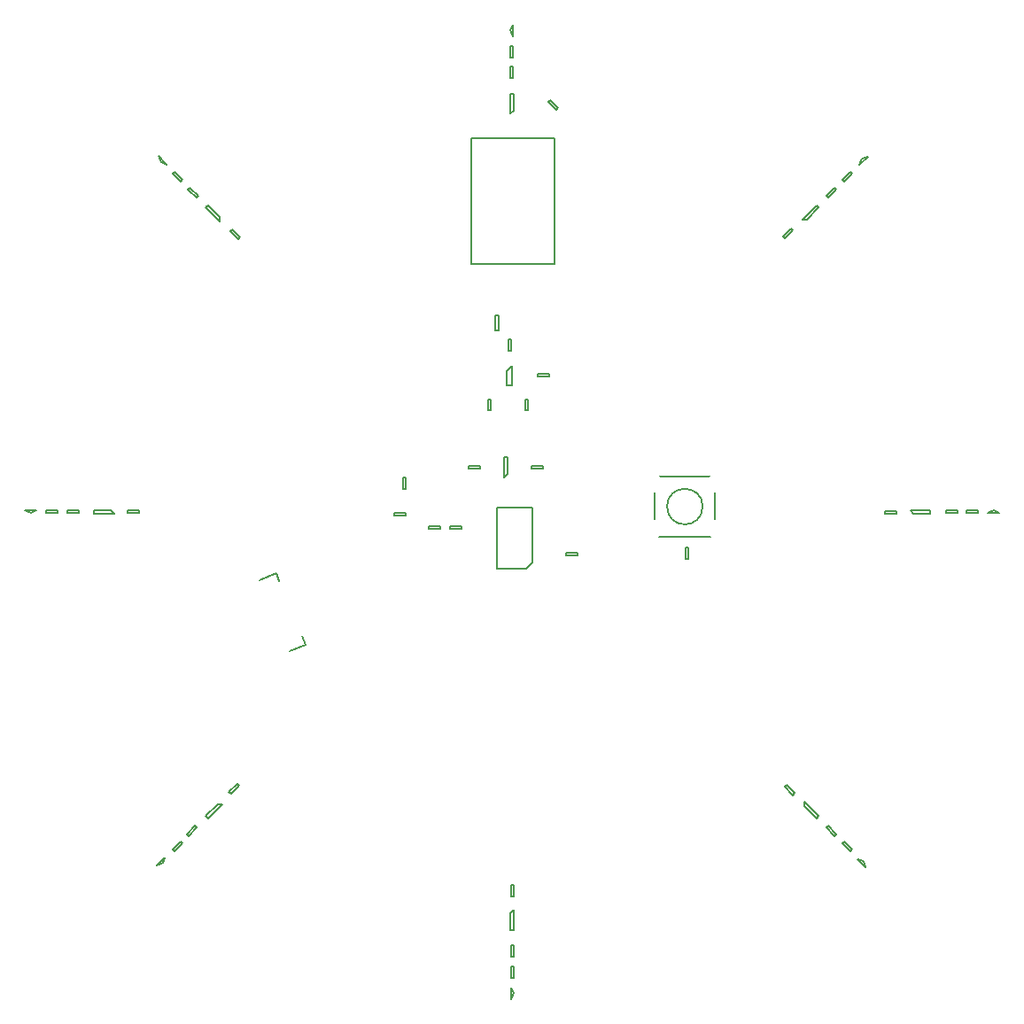
<source format=gto>
G04 #@! TF.FileFunction,Legend,Top*
%FSLAX46Y46*%
G04 Gerber Fmt 4.6, Leading zero omitted, Abs format (unit mm)*
G04 Created by KiCad (PCBNEW 4.0.4-stable) date Monday, 07 November 2016 'AMt' 01:36:31*
%MOMM*%
%LPD*%
G01*
G04 APERTURE LIST*
%ADD10C,0.100000*%
%ADD11C,0.150000*%
%ADD12C,0.200000*%
%ADD13C,1.000000*%
%ADD14C,2.000000*%
%ADD15R,1.150000X1.450000*%
%ADD16R,1.450000X1.150000*%
%ADD17R,0.800000X1.700000*%
%ADD18R,1.000000X0.600000*%
%ADD19C,0.787000*%
%ADD20C,1.000000*%
%ADD21R,1.350000X0.450000*%
%ADD22R,0.600000X1.000000*%
%ADD23R,1.100000X0.600000*%
G04 APERTURE END LIST*
D10*
D11*
X107447045Y-115852550D02*
X105876450Y-116503112D01*
X107753192Y-116591654D02*
X107447045Y-115852550D01*
X110278902Y-122689259D02*
X109953621Y-121903961D01*
X108708307Y-123339820D02*
X110278902Y-122689259D01*
D12*
X148200000Y-109500000D02*
G75*
G03X148200000Y-109500000I-1700000J0D01*
G01*
X143600000Y-112400000D02*
X143600000Y-106600000D01*
X149400000Y-112400000D02*
X143600000Y-112400000D01*
X149400000Y-106600000D02*
X149400000Y-112400000D01*
X143600000Y-106600000D02*
X149400000Y-106600000D01*
D11*
X119825000Y-106750000D02*
X119825000Y-107850000D01*
X119575000Y-106750000D02*
X119825000Y-106750000D01*
X119575000Y-107850000D02*
X119575000Y-106750000D01*
X119825000Y-107850000D02*
X119575000Y-107850000D01*
X118750000Y-110325000D02*
X118750000Y-110075000D01*
X118750000Y-110075000D02*
X119850000Y-110075000D01*
X119850000Y-110075000D02*
X119850000Y-110325000D01*
X119850000Y-110325000D02*
X118750000Y-110325000D01*
X146825000Y-113375000D02*
X146825000Y-114475000D01*
X146575000Y-113375000D02*
X146825000Y-113375000D01*
X146575000Y-114475000D02*
X146575000Y-113375000D01*
X146825000Y-114475000D02*
X146575000Y-114475000D01*
X127975000Y-100325000D02*
X127725000Y-100325000D01*
X127725000Y-100325000D02*
X127725000Y-99225000D01*
X127725000Y-99225000D02*
X127975000Y-99225000D01*
X127975000Y-99225000D02*
X127975000Y-100325000D01*
X131850000Y-105625000D02*
X132950000Y-105625000D01*
X131850000Y-105875000D02*
X131850000Y-105625000D01*
X132950000Y-105875000D02*
X131850000Y-105875000D01*
X132950000Y-105625000D02*
X132950000Y-105875000D01*
X125850000Y-105875000D02*
X125850000Y-105625000D01*
X125850000Y-105625000D02*
X126950000Y-105625000D01*
X126950000Y-105625000D02*
X126950000Y-105875000D01*
X126950000Y-105875000D02*
X125850000Y-105875000D01*
X129875000Y-93525000D02*
X129875000Y-94625000D01*
X129625000Y-93525000D02*
X129875000Y-93525000D01*
X129625000Y-94625000D02*
X129625000Y-93525000D01*
X129875000Y-94625000D02*
X129625000Y-94625000D01*
X135150000Y-114150000D02*
X135150000Y-113900000D01*
X135150000Y-113900000D02*
X136250000Y-113900000D01*
X136250000Y-113900000D02*
X136250000Y-114150000D01*
X136250000Y-114150000D02*
X135150000Y-114150000D01*
X122050000Y-111400000D02*
X123150000Y-111400000D01*
X122050000Y-111650000D02*
X122050000Y-111400000D01*
X123150000Y-111650000D02*
X122050000Y-111650000D01*
X123150000Y-111400000D02*
X123150000Y-111650000D01*
X125150000Y-111400000D02*
X125150000Y-111650000D01*
X125150000Y-111650000D02*
X124050000Y-111650000D01*
X124050000Y-111650000D02*
X124050000Y-111400000D01*
X124050000Y-111400000D02*
X125150000Y-111400000D01*
X128700000Y-92700000D02*
X128400000Y-92700000D01*
X128400000Y-92700000D02*
X128400000Y-91250000D01*
X128400000Y-91250000D02*
X128700000Y-91250000D01*
X128700000Y-91250000D02*
X128700000Y-92700000D01*
X129250000Y-106700000D02*
X129250000Y-106700000D01*
X129250000Y-106700000D02*
X129250000Y-104800000D01*
X129250000Y-104800000D02*
X129550000Y-104800000D01*
X129550000Y-104800000D02*
X129550000Y-106400000D01*
X129550000Y-106400000D02*
X129250000Y-106700000D01*
X131300000Y-115450000D02*
X128500000Y-115450000D01*
X128500000Y-115450000D02*
X128500000Y-109600000D01*
X128500000Y-109600000D02*
X131900000Y-109600000D01*
X131900000Y-109600000D02*
X131900000Y-114850000D01*
X131900000Y-114850000D02*
X131300000Y-115450000D01*
X96411612Y-76588388D02*
X96199480Y-76022703D01*
X96411612Y-76588388D02*
X96977297Y-76800520D01*
X96199480Y-76022703D02*
X96977297Y-76800520D01*
X163588388Y-143411612D02*
X163800520Y-143977297D01*
X163588388Y-143411612D02*
X163022703Y-143199480D01*
X163800520Y-143977297D02*
X163022703Y-143199480D01*
X130125000Y-156000000D02*
X129875000Y-156550000D01*
X130125000Y-156000000D02*
X129875000Y-155450000D01*
X129875000Y-156550000D02*
X129875000Y-155450000D01*
X176000000Y-109875000D02*
X176550000Y-110125000D01*
X176000000Y-109875000D02*
X175450000Y-110125000D01*
X176550000Y-110125000D02*
X175450000Y-110125000D01*
X96588388Y-143588388D02*
X96022703Y-143800520D01*
X96588388Y-143588388D02*
X96800520Y-143022703D01*
X96022703Y-143800520D02*
X96800520Y-143022703D01*
X163411612Y-76275216D02*
X163977297Y-76063084D01*
X163411612Y-76275216D02*
X163199480Y-76840901D01*
X163977297Y-76063084D02*
X163199480Y-76840901D01*
X84000000Y-110125000D02*
X83450000Y-109875000D01*
X84000000Y-110125000D02*
X84550000Y-109875000D01*
X83450000Y-109875000D02*
X84550000Y-109875000D01*
X129775000Y-64000000D02*
X130025000Y-63450000D01*
X129775000Y-64000000D02*
X130025000Y-64550000D01*
X130025000Y-63450000D02*
X130025000Y-64550000D01*
X102065685Y-82277817D02*
X102065685Y-82277817D01*
X102065685Y-82277817D02*
X100722183Y-80934315D01*
X100722183Y-80934315D02*
X100934315Y-80722183D01*
X100934315Y-80722183D02*
X102065685Y-81853553D01*
X102065685Y-81853553D02*
X102065685Y-82277817D01*
X157934315Y-137722183D02*
X157934315Y-137722183D01*
X157934315Y-137722183D02*
X159277817Y-139065685D01*
X159277817Y-139065685D02*
X159065685Y-139277817D01*
X159065685Y-139277817D02*
X157934315Y-138146447D01*
X157934315Y-138146447D02*
X157934315Y-137722183D01*
X130150000Y-148050000D02*
X130150000Y-148050000D01*
X130150000Y-148050000D02*
X130150000Y-149950000D01*
X130150000Y-149950000D02*
X129850000Y-149950000D01*
X129850000Y-149950000D02*
X129850000Y-148350000D01*
X129850000Y-148350000D02*
X130150000Y-148050000D01*
X168050000Y-109850000D02*
X168050000Y-109850000D01*
X168050000Y-109850000D02*
X169950000Y-109850000D01*
X169950000Y-109850000D02*
X169950000Y-110150000D01*
X169950000Y-110150000D02*
X168350000Y-110150000D01*
X168350000Y-110150000D02*
X168050000Y-109850000D01*
X102277817Y-137934315D02*
X102277817Y-137934315D01*
X102277817Y-137934315D02*
X100934315Y-139277817D01*
X100934315Y-139277817D02*
X100722183Y-139065685D01*
X100722183Y-139065685D02*
X101853553Y-137934315D01*
X101853553Y-137934315D02*
X102277817Y-137934315D01*
X157722183Y-82065685D02*
X157722183Y-82065685D01*
X157722183Y-82065685D02*
X159065685Y-80722183D01*
X159065685Y-80722183D02*
X159277817Y-80934315D01*
X159277817Y-80934315D02*
X158146447Y-82065685D01*
X158146447Y-82065685D02*
X157722183Y-82065685D01*
X91950000Y-110150000D02*
X91950000Y-110150000D01*
X91950000Y-110150000D02*
X90050000Y-110150000D01*
X90050000Y-110150000D02*
X90050000Y-109850000D01*
X90050000Y-109850000D02*
X91650000Y-109850000D01*
X91650000Y-109850000D02*
X91950000Y-110150000D01*
X129850000Y-71950000D02*
X129850000Y-71950000D01*
X129850000Y-71950000D02*
X129850000Y-70050000D01*
X129850000Y-70050000D02*
X130150000Y-70050000D01*
X130150000Y-70050000D02*
X130150000Y-71650000D01*
X130150000Y-71650000D02*
X129850000Y-71950000D01*
X97522703Y-77699480D02*
X97699480Y-77522703D01*
X97699480Y-77522703D02*
X98477297Y-78300520D01*
X98477297Y-78300520D02*
X98300520Y-78477297D01*
X98300520Y-78477297D02*
X97522703Y-77699480D01*
X99022703Y-79199480D02*
X99199480Y-79022703D01*
X99199480Y-79022703D02*
X99977297Y-79800520D01*
X99977297Y-79800520D02*
X99800520Y-79977297D01*
X99800520Y-79977297D02*
X99022703Y-79199480D01*
X97699480Y-142477297D02*
X97522703Y-142300520D01*
X97522703Y-142300520D02*
X98300520Y-141522703D01*
X98300520Y-141522703D02*
X98477297Y-141699480D01*
X98477297Y-141699480D02*
X97699480Y-142477297D01*
X99063084Y-140977297D02*
X98886307Y-140800520D01*
X98886307Y-140800520D02*
X99664124Y-140022703D01*
X99664124Y-140022703D02*
X99840901Y-140199480D01*
X99840901Y-140199480D02*
X99063084Y-140977297D01*
X162477297Y-142300520D02*
X162300520Y-142477297D01*
X162300520Y-142477297D02*
X161522703Y-141699480D01*
X161522703Y-141699480D02*
X161699480Y-141522703D01*
X161699480Y-141522703D02*
X162477297Y-142300520D01*
X160977297Y-140800520D02*
X160800520Y-140977297D01*
X160800520Y-140977297D02*
X160022703Y-140199480D01*
X160022703Y-140199480D02*
X160199480Y-140022703D01*
X160199480Y-140022703D02*
X160977297Y-140800520D01*
X162300520Y-77522703D02*
X162477297Y-77699480D01*
X162477297Y-77699480D02*
X161699480Y-78477297D01*
X161699480Y-78477297D02*
X161522703Y-78300520D01*
X161522703Y-78300520D02*
X162300520Y-77522703D01*
X160800520Y-79022703D02*
X160977297Y-79199480D01*
X160977297Y-79199480D02*
X160199480Y-79977297D01*
X160199480Y-79977297D02*
X160022703Y-79800520D01*
X160022703Y-79800520D02*
X160800520Y-79022703D01*
X131225000Y-99225000D02*
X131475000Y-99225000D01*
X131475000Y-99225000D02*
X131475000Y-100325000D01*
X131475000Y-100325000D02*
X131225000Y-100325000D01*
X131225000Y-100325000D02*
X131225000Y-99225000D01*
X132400000Y-97100000D02*
X132400000Y-96850000D01*
X132400000Y-96850000D02*
X133500000Y-96850000D01*
X133500000Y-96850000D02*
X133500000Y-97100000D01*
X133500000Y-97100000D02*
X132400000Y-97100000D01*
X130125000Y-154550000D02*
X129875000Y-154550000D01*
X129875000Y-154550000D02*
X129875000Y-153450000D01*
X129875000Y-153450000D02*
X130125000Y-153450000D01*
X130125000Y-153450000D02*
X130125000Y-154550000D01*
X130125000Y-152550000D02*
X129875000Y-152550000D01*
X129875000Y-152550000D02*
X129875000Y-151450000D01*
X129875000Y-151450000D02*
X130125000Y-151450000D01*
X130125000Y-151450000D02*
X130125000Y-152550000D01*
X85450000Y-110125000D02*
X85450000Y-109875000D01*
X85450000Y-109875000D02*
X86550000Y-109875000D01*
X86550000Y-109875000D02*
X86550000Y-110125000D01*
X86550000Y-110125000D02*
X85450000Y-110125000D01*
X87450000Y-110125000D02*
X87450000Y-109875000D01*
X87450000Y-109875000D02*
X88550000Y-109875000D01*
X88550000Y-109875000D02*
X88550000Y-110125000D01*
X88550000Y-110125000D02*
X87450000Y-110125000D01*
X174550000Y-109875000D02*
X174550000Y-110125000D01*
X174550000Y-110125000D02*
X173450000Y-110125000D01*
X173450000Y-110125000D02*
X173450000Y-109875000D01*
X173450000Y-109875000D02*
X174550000Y-109875000D01*
X172550000Y-109875000D02*
X172550000Y-110125000D01*
X172550000Y-110125000D02*
X171450000Y-110125000D01*
X171450000Y-110125000D02*
X171450000Y-109875000D01*
X171450000Y-109875000D02*
X172550000Y-109875000D01*
X126050000Y-74300000D02*
X134050000Y-74300000D01*
X126050000Y-86300000D02*
X126050000Y-74300000D01*
X134050000Y-86300000D02*
X126050000Y-86300000D01*
X134050000Y-74300000D02*
X134050000Y-86300000D01*
X130000000Y-96025000D02*
X130000000Y-96025000D01*
X130000000Y-96025000D02*
X130000000Y-97925000D01*
X130000000Y-97925000D02*
X129500000Y-97925000D01*
X129500000Y-97925000D02*
X129500000Y-96525000D01*
X129500000Y-96525000D02*
X130000000Y-96025000D01*
X129775000Y-65450000D02*
X130025000Y-65450000D01*
X130025000Y-65450000D02*
X130025000Y-66550000D01*
X130025000Y-66550000D02*
X129775000Y-66550000D01*
X129775000Y-66550000D02*
X129775000Y-65450000D01*
X129775000Y-67450000D02*
X130025000Y-67450000D01*
X130025000Y-67450000D02*
X130025000Y-68550000D01*
X130025000Y-68550000D02*
X129775000Y-68550000D01*
X129775000Y-68550000D02*
X129775000Y-67450000D01*
X103977297Y-83800520D02*
X103800520Y-83977297D01*
X103800520Y-83977297D02*
X103022703Y-83199480D01*
X103022703Y-83199480D02*
X103199480Y-83022703D01*
X103199480Y-83022703D02*
X103977297Y-83800520D01*
X103700520Y-136022703D02*
X103877297Y-136199480D01*
X103877297Y-136199480D02*
X103099480Y-136977297D01*
X103099480Y-136977297D02*
X102922703Y-136800520D01*
X102922703Y-136800520D02*
X103700520Y-136022703D01*
X156022703Y-136299480D02*
X156199480Y-136122703D01*
X156199480Y-136122703D02*
X156977297Y-136900520D01*
X156977297Y-136900520D02*
X156800520Y-137077297D01*
X156800520Y-137077297D02*
X156022703Y-136299480D01*
X156063084Y-83840901D02*
X155886307Y-83664124D01*
X155886307Y-83664124D02*
X156664124Y-82886307D01*
X156664124Y-82886307D02*
X156840901Y-83063084D01*
X156840901Y-83063084D02*
X156063084Y-83840901D01*
X129875000Y-145650000D02*
X130125000Y-145650000D01*
X130125000Y-145650000D02*
X130125000Y-146750000D01*
X130125000Y-146750000D02*
X129875000Y-146750000D01*
X129875000Y-146750000D02*
X129875000Y-145650000D01*
X94350000Y-109875000D02*
X94350000Y-110125000D01*
X94350000Y-110125000D02*
X93250000Y-110125000D01*
X93250000Y-110125000D02*
X93250000Y-109875000D01*
X93250000Y-109875000D02*
X94350000Y-109875000D01*
X165650000Y-110225000D02*
X165650000Y-109975000D01*
X165650000Y-109975000D02*
X166750000Y-109975000D01*
X166750000Y-109975000D02*
X166750000Y-110225000D01*
X166750000Y-110225000D02*
X165650000Y-110225000D01*
X133432703Y-70789480D02*
X133609480Y-70612703D01*
X133609480Y-70612703D02*
X134387297Y-71390520D01*
X134387297Y-71390520D02*
X134210520Y-71567297D01*
X134210520Y-71567297D02*
X133432703Y-70789480D01*
%LPC*%
D10*
G36*
X108047335Y-119392274D02*
X109294572Y-118875652D01*
X109447645Y-119245204D01*
X108200408Y-119761826D01*
X108047335Y-119392274D01*
X108047335Y-119392274D01*
G37*
G36*
X108296078Y-119992797D02*
X109543315Y-119476175D01*
X109696388Y-119845727D01*
X108449151Y-120362349D01*
X108296078Y-119992797D01*
X108296078Y-119992797D01*
G37*
G36*
X107798590Y-118791753D02*
X109045827Y-118275131D01*
X109198900Y-118644683D01*
X107951663Y-119161305D01*
X107798590Y-118791753D01*
X107798590Y-118791753D01*
G37*
G36*
X107549845Y-118191231D02*
X108797082Y-117674609D01*
X108950155Y-118044161D01*
X107702918Y-118560783D01*
X107549845Y-118191231D01*
X107549845Y-118191231D01*
G37*
G36*
X108544822Y-120593318D02*
X109792059Y-120076696D01*
X109945132Y-120446248D01*
X108697895Y-120962870D01*
X108544822Y-120593318D01*
X108544822Y-120593318D01*
G37*
D13*
X110014705Y-121202165D02*
X109783735Y-121297835D01*
X108311764Y-117090902D02*
X108080794Y-117186572D01*
D10*
G36*
X105494096Y-120936937D02*
X107249467Y-120209838D01*
X107938298Y-121872821D01*
X106182927Y-122599920D01*
X105494096Y-120936937D01*
X105494096Y-120936937D01*
G37*
G36*
X104613924Y-118812015D02*
X106369295Y-118084916D01*
X107058126Y-119747899D01*
X105302755Y-120474998D01*
X104613924Y-118812015D01*
X104613924Y-118812015D01*
G37*
G36*
X106393402Y-123108054D02*
X108148773Y-122380956D01*
X108751500Y-123836066D01*
X106996129Y-124563164D01*
X106393402Y-123108054D01*
X106393402Y-123108054D01*
G37*
D13*
X108289560Y-124027407D02*
X107458068Y-124371823D01*
D10*
G36*
X103800722Y-116848770D02*
X105556093Y-116121672D01*
X106158820Y-117576782D01*
X104403449Y-118303880D01*
X103800722Y-116848770D01*
X103800722Y-116848770D01*
G37*
D13*
X105094154Y-116313013D02*
X104262662Y-116657429D01*
D14*
X130000000Y-132350000D03*
X130000000Y-87650000D03*
X143250000Y-107250000D03*
X143250000Y-111750000D03*
X149750000Y-111750000D03*
X149750000Y-107250000D03*
D15*
X118800000Y-107300000D03*
X120600000Y-107300000D03*
D16*
X119300000Y-111100000D03*
X119300000Y-109300000D03*
D15*
X145800000Y-113925000D03*
X147600000Y-113925000D03*
X128750000Y-99775000D03*
X126950000Y-99775000D03*
D16*
X132400000Y-106650000D03*
X132400000Y-104850000D03*
X126400000Y-106650000D03*
X126400000Y-104850000D03*
D15*
X128850000Y-94075000D03*
X130650000Y-94075000D03*
D16*
X135700000Y-114925000D03*
X135700000Y-113125000D03*
X122600000Y-112425000D03*
X122600000Y-110625000D03*
X124600000Y-110625000D03*
X124600000Y-112425000D03*
D17*
X129300000Y-91975000D03*
X127800000Y-91975000D03*
D18*
X130550000Y-106700000D03*
X130550000Y-104800000D03*
X128250000Y-105750000D03*
D19*
X112649426Y-125154523D03*
X113547452Y-124256497D03*
X113547452Y-126052548D03*
X114445477Y-125154523D03*
X114445477Y-126950574D03*
X115343503Y-126052548D03*
D20*
X112200413Y-123807484D03*
X115074095Y-128118007D03*
X116510936Y-126681166D03*
D21*
X133075000Y-115450000D03*
X133075000Y-114800000D03*
X133075000Y-114150000D03*
X133075000Y-113500000D03*
X133075000Y-112850000D03*
X133075000Y-112200000D03*
X133075000Y-111550000D03*
X133075000Y-110900000D03*
X133075000Y-110250000D03*
X133075000Y-109600000D03*
X127325000Y-109600000D03*
X127325000Y-110250000D03*
X127325000Y-110900000D03*
X127325000Y-111550000D03*
X127325000Y-112200000D03*
X127325000Y-112850000D03*
X127325000Y-113500000D03*
X127325000Y-114150000D03*
X127325000Y-114800000D03*
X127325000Y-115450000D03*
D10*
G36*
X95969670Y-78055635D02*
X94944365Y-77030330D01*
X95757538Y-76217157D01*
X96782843Y-77242462D01*
X95969670Y-78055635D01*
X95969670Y-78055635D01*
G37*
G36*
X97242462Y-76782843D02*
X96217157Y-75757538D01*
X97030330Y-74944365D01*
X98055635Y-75969670D01*
X97242462Y-76782843D01*
X97242462Y-76782843D01*
G37*
G36*
X164030330Y-141944365D02*
X165055635Y-142969670D01*
X164242462Y-143782843D01*
X163217157Y-142757538D01*
X164030330Y-141944365D01*
X164030330Y-141944365D01*
G37*
G36*
X162757538Y-143217157D02*
X163782843Y-144242462D01*
X162969670Y-145055635D01*
X161944365Y-144030330D01*
X162757538Y-143217157D01*
X162757538Y-143217157D01*
G37*
D15*
X130900000Y-156000000D03*
X129100000Y-156000000D03*
D16*
X176000000Y-109100000D03*
X176000000Y-110900000D03*
D10*
G36*
X98055635Y-144030330D02*
X97030330Y-145055635D01*
X96217157Y-144242462D01*
X97242462Y-143217157D01*
X98055635Y-144030330D01*
X98055635Y-144030330D01*
G37*
G36*
X96782843Y-142757538D02*
X95757538Y-143782843D01*
X94944365Y-142969670D01*
X95969670Y-141944365D01*
X96782843Y-142757538D01*
X96782843Y-142757538D01*
G37*
G36*
X161944365Y-75833274D02*
X162969670Y-74807969D01*
X163782843Y-75621142D01*
X162757538Y-76646447D01*
X161944365Y-75833274D01*
X161944365Y-75833274D01*
G37*
G36*
X163217157Y-77106066D02*
X164242462Y-76080761D01*
X165055635Y-76893934D01*
X164030330Y-77919239D01*
X163217157Y-77106066D01*
X163217157Y-77106066D01*
G37*
D16*
X84000000Y-110900000D03*
X84000000Y-109100000D03*
D15*
X129000000Y-64000000D03*
X130800000Y-64000000D03*
D10*
G36*
X103126345Y-80792894D02*
X103550609Y-81217158D01*
X102843503Y-81924264D01*
X102419239Y-81500000D01*
X103126345Y-80792894D01*
X103126345Y-80792894D01*
G37*
G36*
X101782842Y-79449391D02*
X102207106Y-79873655D01*
X101500000Y-80580761D01*
X101075736Y-80156497D01*
X101782842Y-79449391D01*
X101782842Y-79449391D01*
G37*
G36*
X100828248Y-81747488D02*
X101252512Y-82171752D01*
X100545406Y-82878858D01*
X100121142Y-82454594D01*
X100828248Y-81747488D01*
X100828248Y-81747488D01*
G37*
G36*
X156873655Y-139207106D02*
X156449391Y-138782842D01*
X157156497Y-138075736D01*
X157580761Y-138500000D01*
X156873655Y-139207106D01*
X156873655Y-139207106D01*
G37*
G36*
X158217158Y-140550609D02*
X157792894Y-140126345D01*
X158500000Y-139419239D01*
X158924264Y-139843503D01*
X158217158Y-140550609D01*
X158217158Y-140550609D01*
G37*
G36*
X159171752Y-138252512D02*
X158747488Y-137828248D01*
X159454594Y-137121142D01*
X159878858Y-137545406D01*
X159171752Y-138252512D01*
X159171752Y-138252512D01*
G37*
D18*
X128850000Y-148050000D03*
X128850000Y-149950000D03*
X131150000Y-149000000D03*
D22*
X168050000Y-111150000D03*
X169950000Y-111150000D03*
X169000000Y-108850000D03*
D10*
G36*
X100792894Y-136873655D02*
X101217158Y-136449391D01*
X101924264Y-137156497D01*
X101500000Y-137580761D01*
X100792894Y-136873655D01*
X100792894Y-136873655D01*
G37*
G36*
X99449391Y-138217158D02*
X99873655Y-137792894D01*
X100580761Y-138500000D01*
X100156497Y-138924264D01*
X99449391Y-138217158D01*
X99449391Y-138217158D01*
G37*
G36*
X101747488Y-139171752D02*
X102171752Y-138747488D01*
X102878858Y-139454594D01*
X102454594Y-139878858D01*
X101747488Y-139171752D01*
X101747488Y-139171752D01*
G37*
G36*
X159207106Y-83126345D02*
X158782842Y-83550609D01*
X158075736Y-82843503D01*
X158500000Y-82419239D01*
X159207106Y-83126345D01*
X159207106Y-83126345D01*
G37*
G36*
X160550609Y-81782842D02*
X160126345Y-82207106D01*
X159419239Y-81500000D01*
X159843503Y-81075736D01*
X160550609Y-81782842D01*
X160550609Y-81782842D01*
G37*
G36*
X158252512Y-80828248D02*
X157828248Y-81252512D01*
X157121142Y-80545406D01*
X157545406Y-80121142D01*
X158252512Y-80828248D01*
X158252512Y-80828248D01*
G37*
D22*
X91950000Y-108850000D03*
X90050000Y-108850000D03*
X91000000Y-111150000D03*
D18*
X131150000Y-71950000D03*
X131150000Y-70050000D03*
X128850000Y-71000000D03*
D10*
G36*
X97469670Y-79555635D02*
X96444365Y-78530330D01*
X97257538Y-77717157D01*
X98282843Y-78742462D01*
X97469670Y-79555635D01*
X97469670Y-79555635D01*
G37*
G36*
X98742462Y-78282843D02*
X97717157Y-77257538D01*
X98530330Y-76444365D01*
X99555635Y-77469670D01*
X98742462Y-78282843D01*
X98742462Y-78282843D01*
G37*
G36*
X98969670Y-81055635D02*
X97944365Y-80030330D01*
X98757538Y-79217157D01*
X99782843Y-80242462D01*
X98969670Y-81055635D01*
X98969670Y-81055635D01*
G37*
G36*
X100242462Y-79782843D02*
X99217157Y-78757538D01*
X100030330Y-77944365D01*
X101055635Y-78969670D01*
X100242462Y-79782843D01*
X100242462Y-79782843D01*
G37*
G36*
X99555635Y-142530330D02*
X98530330Y-143555635D01*
X97717157Y-142742462D01*
X98742462Y-141717157D01*
X99555635Y-142530330D01*
X99555635Y-142530330D01*
G37*
G36*
X98282843Y-141257538D02*
X97257538Y-142282843D01*
X96444365Y-141469670D01*
X97469670Y-140444365D01*
X98282843Y-141257538D01*
X98282843Y-141257538D01*
G37*
G36*
X100919239Y-141030330D02*
X99893934Y-142055635D01*
X99080761Y-141242462D01*
X100106066Y-140217157D01*
X100919239Y-141030330D01*
X100919239Y-141030330D01*
G37*
G36*
X99646447Y-139757538D02*
X98621142Y-140782843D01*
X97807969Y-139969670D01*
X98833274Y-138944365D01*
X99646447Y-139757538D01*
X99646447Y-139757538D01*
G37*
G36*
X162530330Y-140444365D02*
X163555635Y-141469670D01*
X162742462Y-142282843D01*
X161717157Y-141257538D01*
X162530330Y-140444365D01*
X162530330Y-140444365D01*
G37*
G36*
X161257538Y-141717157D02*
X162282843Y-142742462D01*
X161469670Y-143555635D01*
X160444365Y-142530330D01*
X161257538Y-141717157D01*
X161257538Y-141717157D01*
G37*
G36*
X161030330Y-138944365D02*
X162055635Y-139969670D01*
X161242462Y-140782843D01*
X160217157Y-139757538D01*
X161030330Y-138944365D01*
X161030330Y-138944365D01*
G37*
G36*
X159757538Y-140217157D02*
X160782843Y-141242462D01*
X159969670Y-142055635D01*
X158944365Y-141030330D01*
X159757538Y-140217157D01*
X159757538Y-140217157D01*
G37*
G36*
X160444365Y-77469670D02*
X161469670Y-76444365D01*
X162282843Y-77257538D01*
X161257538Y-78282843D01*
X160444365Y-77469670D01*
X160444365Y-77469670D01*
G37*
G36*
X161717157Y-78742462D02*
X162742462Y-77717157D01*
X163555635Y-78530330D01*
X162530330Y-79555635D01*
X161717157Y-78742462D01*
X161717157Y-78742462D01*
G37*
G36*
X158944365Y-78969670D02*
X159969670Y-77944365D01*
X160782843Y-78757538D01*
X159757538Y-79782843D01*
X158944365Y-78969670D01*
X158944365Y-78969670D01*
G37*
G36*
X160217157Y-80242462D02*
X161242462Y-79217157D01*
X162055635Y-80030330D01*
X161030330Y-81055635D01*
X160217157Y-80242462D01*
X160217157Y-80242462D01*
G37*
D15*
X130450000Y-99775000D03*
X132250000Y-99775000D03*
D16*
X132950000Y-97875000D03*
X132950000Y-96075000D03*
D15*
X130900000Y-154000000D03*
X129100000Y-154000000D03*
X130900000Y-152000000D03*
X129100000Y-152000000D03*
D16*
X86000000Y-110900000D03*
X86000000Y-109100000D03*
X88000000Y-110900000D03*
X88000000Y-109100000D03*
X174000000Y-109100000D03*
X174000000Y-110900000D03*
X172000000Y-109100000D03*
X172000000Y-110900000D03*
D14*
X132550000Y-77100000D03*
X132550000Y-80300000D03*
X132550000Y-83500000D03*
X127550000Y-77100000D03*
X127550000Y-80300000D03*
X127550000Y-83500000D03*
D23*
X128450000Y-96025000D03*
X128450000Y-96975000D03*
X128450000Y-97925000D03*
X131050000Y-97925000D03*
X131050000Y-96975000D03*
X131050000Y-96025000D03*
D15*
X129000000Y-66000000D03*
X130800000Y-66000000D03*
X129000000Y-68000000D03*
X130800000Y-68000000D03*
D10*
G36*
X104030330Y-81944365D02*
X105055635Y-82969670D01*
X104242462Y-83782843D01*
X103217157Y-82757538D01*
X104030330Y-81944365D01*
X104030330Y-81944365D01*
G37*
G36*
X102757538Y-83217157D02*
X103782843Y-84242462D01*
X102969670Y-85055635D01*
X101944365Y-84030330D01*
X102757538Y-83217157D01*
X102757538Y-83217157D01*
G37*
G36*
X101844365Y-135969670D02*
X102869670Y-134944365D01*
X103682843Y-135757538D01*
X102657538Y-136782843D01*
X101844365Y-135969670D01*
X101844365Y-135969670D01*
G37*
G36*
X103117157Y-137242462D02*
X104142462Y-136217157D01*
X104955635Y-137030330D01*
X103930330Y-138055635D01*
X103117157Y-137242462D01*
X103117157Y-137242462D01*
G37*
G36*
X155969670Y-138155635D02*
X154944365Y-137130330D01*
X155757538Y-136317157D01*
X156782843Y-137342462D01*
X155969670Y-138155635D01*
X155969670Y-138155635D01*
G37*
G36*
X157242462Y-136882843D02*
X156217157Y-135857538D01*
X157030330Y-135044365D01*
X158055635Y-136069670D01*
X157242462Y-136882843D01*
X157242462Y-136882843D01*
G37*
G36*
X157919239Y-83893934D02*
X156893934Y-84919239D01*
X156080761Y-84106066D01*
X157106066Y-83080761D01*
X157919239Y-83893934D01*
X157919239Y-83893934D01*
G37*
G36*
X156646447Y-82621142D02*
X155621142Y-83646447D01*
X154807969Y-82833274D01*
X155833274Y-81807969D01*
X156646447Y-82621142D01*
X156646447Y-82621142D01*
G37*
D15*
X129100000Y-146200000D03*
X130900000Y-146200000D03*
D16*
X93800000Y-109100000D03*
X93800000Y-110900000D03*
X166200000Y-111000000D03*
X166200000Y-109200000D03*
D10*
G36*
X133379670Y-72645635D02*
X132354365Y-71620330D01*
X133167538Y-70807157D01*
X134192843Y-71832462D01*
X133379670Y-72645635D01*
X133379670Y-72645635D01*
G37*
G36*
X134652462Y-71372843D02*
X133627157Y-70347538D01*
X134440330Y-69534365D01*
X135465635Y-70559670D01*
X134652462Y-71372843D01*
X134652462Y-71372843D01*
G37*
M02*

</source>
